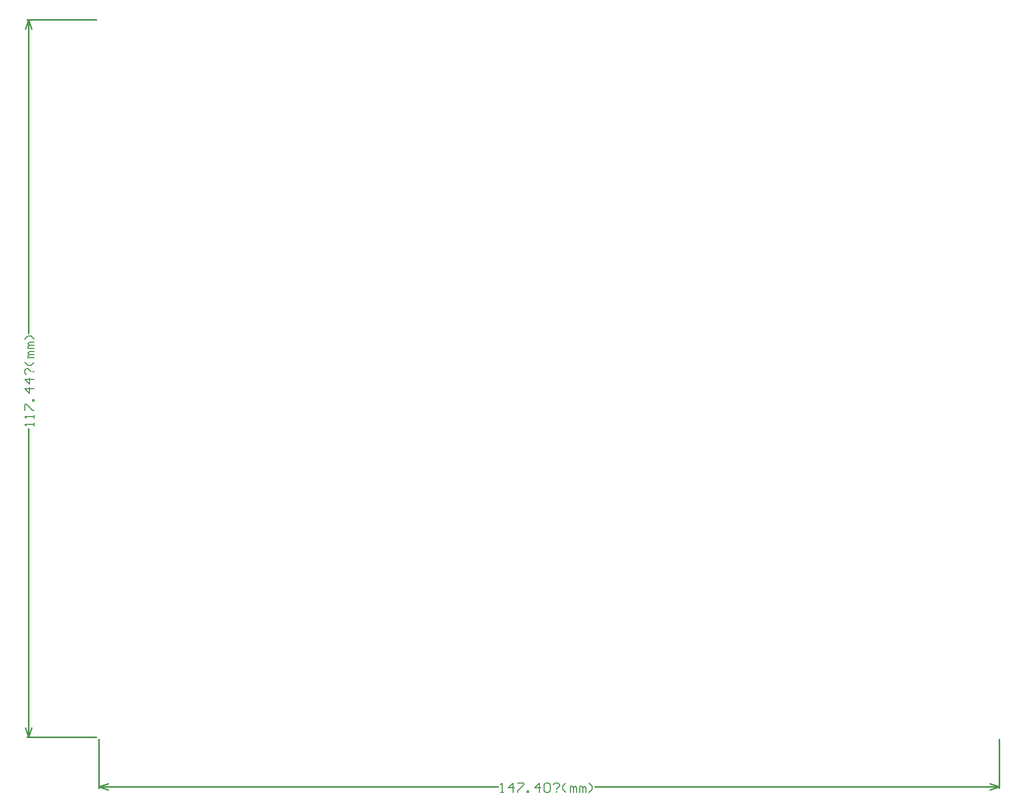
<source format=gm1>
G04 Layer_Color=16711935*
%FSLAX25Y25*%
%MOIN*%
G70*
G01*
G75*
%ADD23C,0.01000*%
%ADD33C,0.00600*%
D23*
X159000Y767500D02*
X203528D01*
X159000Y305118D02*
X203528D01*
X160000Y565300D02*
Y767500D01*
Y305118D02*
Y504118D01*
X158000Y761500D02*
X160000Y767500D01*
X162000Y761500D01*
X160000Y305118D02*
X162000Y311118D01*
X158000D02*
X160000Y305118D01*
X785433Y272000D02*
Y303528D01*
X205118Y272000D02*
Y303528D01*
X524766Y273000D02*
X785433D01*
X205118D02*
X462585D01*
X779433Y275000D02*
X785433Y273000D01*
X779433Y271000D02*
X785433Y273000D01*
X205118D02*
X211118Y271000D01*
X205118Y273000D02*
X211118Y275000D01*
D33*
X163599Y505719D02*
Y507718D01*
Y506718D01*
X157601D01*
X158601Y505719D01*
X163599Y510717D02*
Y512716D01*
Y511717D01*
X157601D01*
X158601Y510717D01*
X157601Y515715D02*
Y519714D01*
X158601D01*
X162599Y515715D01*
X163599D01*
Y521713D02*
X162599D01*
Y522713D01*
X163599D01*
Y521713D01*
Y529711D02*
X157601D01*
X160600Y526712D01*
Y530710D01*
X163599Y535709D02*
X157601D01*
X160600Y532710D01*
Y536708D01*
X158601Y538708D02*
X157601Y539708D01*
Y541707D01*
X158601Y542706D01*
X159600D01*
X161600Y540707D01*
X162599D02*
X163599D01*
Y546705D02*
X161600Y544706D01*
X159600D01*
X157601Y546705D01*
X163599Y549704D02*
X159600D01*
Y550704D01*
X160600Y551704D01*
X163599D01*
X160600D01*
X159600Y552703D01*
X160600Y553703D01*
X163599D01*
Y555702D02*
X159600D01*
Y556702D01*
X160600Y557702D01*
X163599D01*
X160600D01*
X159600Y558701D01*
X160600Y559701D01*
X163599D01*
Y561700D02*
X161600Y563700D01*
X159600D01*
X157601Y561700D01*
X464185Y269401D02*
X466185D01*
X465185D01*
Y275399D01*
X464185Y274399D01*
X472183Y269401D02*
Y275399D01*
X469183Y272400D01*
X473182D01*
X475182Y275399D02*
X479180D01*
Y274399D01*
X475182Y270401D01*
Y269401D01*
X481180D02*
Y270401D01*
X482179D01*
Y269401D01*
X481180D01*
X489177D02*
Y275399D01*
X486178Y272400D01*
X490177D01*
X492176Y274399D02*
X493176Y275399D01*
X495175D01*
X496175Y274399D01*
Y270401D01*
X495175Y269401D01*
X493176D01*
X492176Y270401D01*
Y274399D01*
X498174D02*
X499174Y275399D01*
X501173D01*
X502173Y274399D01*
Y273400D01*
X500174Y271400D01*
Y270401D02*
Y269401D01*
X506172D02*
X504172Y271400D01*
Y273400D01*
X506172Y275399D01*
X509171Y269401D02*
Y273400D01*
X510170D01*
X511170Y272400D01*
Y269401D01*
Y272400D01*
X512170Y273400D01*
X513169Y272400D01*
Y269401D01*
X515169D02*
Y273400D01*
X516168D01*
X517168Y272400D01*
Y269401D01*
Y272400D01*
X518168Y273400D01*
X519167Y272400D01*
Y269401D01*
X521167D02*
X523166Y271400D01*
Y273400D01*
X521167Y275399D01*
M02*

</source>
